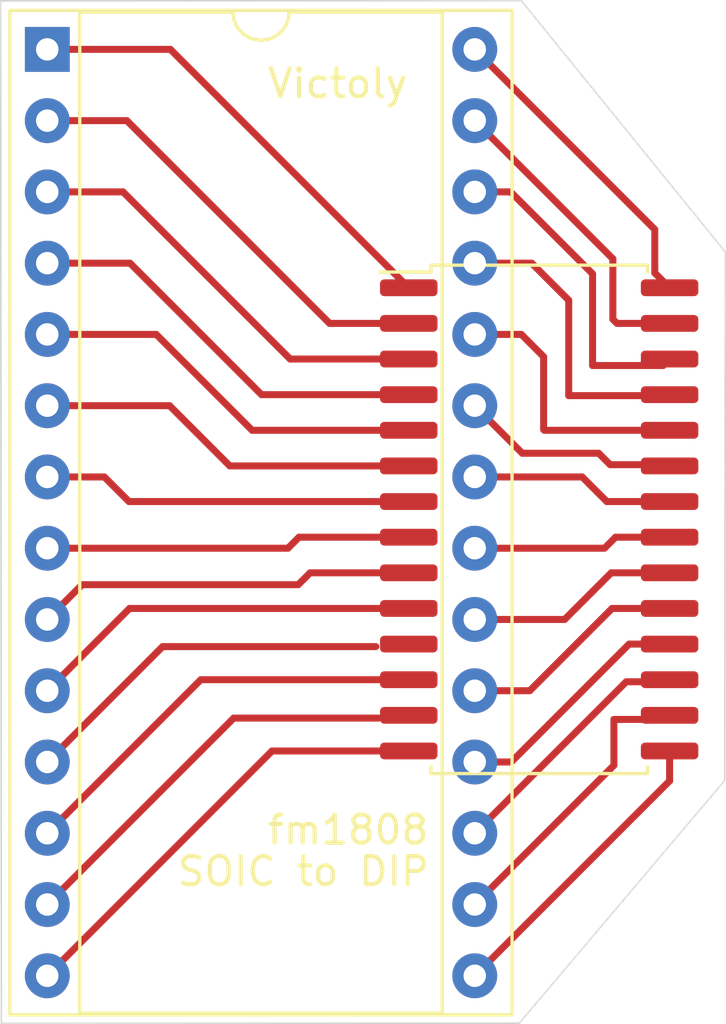
<source format=kicad_pcb>
(kicad_pcb (version 20171130) (host pcbnew "(5.1.6)-1")

  (general
    (thickness 1.6)
    (drawings 9)
    (tracks 88)
    (zones 0)
    (modules 2)
    (nets 1)
  )

  (page A4)
  (layers
    (0 F.Cu signal)
    (31 B.Cu signal)
    (32 B.Adhes user)
    (33 F.Adhes user)
    (34 B.Paste user)
    (35 F.Paste user)
    (36 B.SilkS user)
    (37 F.SilkS user)
    (38 B.Mask user)
    (39 F.Mask user)
    (40 Dwgs.User user)
    (41 Cmts.User user)
    (42 Eco1.User user)
    (43 Eco2.User user)
    (44 Edge.Cuts user)
    (45 Margin user)
    (46 B.CrtYd user)
    (47 F.CrtYd user)
    (48 B.Fab user)
    (49 F.Fab user)
  )

  (setup
    (last_trace_width 0.25)
    (trace_clearance 0.2)
    (zone_clearance 0.508)
    (zone_45_only no)
    (trace_min 0.2)
    (via_size 0.8)
    (via_drill 0.4)
    (via_min_size 0.4)
    (via_min_drill 0.3)
    (uvia_size 0.3)
    (uvia_drill 0.1)
    (uvias_allowed no)
    (uvia_min_size 0.2)
    (uvia_min_drill 0.1)
    (edge_width 0.05)
    (segment_width 0.2)
    (pcb_text_width 0.3)
    (pcb_text_size 1.5 1.5)
    (mod_edge_width 0.12)
    (mod_text_size 1 1)
    (mod_text_width 0.15)
    (pad_size 1.524 1.524)
    (pad_drill 0.762)
    (pad_to_mask_clearance 0.05)
    (aux_axis_origin 0 0)
    (visible_elements FFFFEF7F)
    (pcbplotparams
      (layerselection 0x010fc_ffffffff)
      (usegerberextensions false)
      (usegerberattributes true)
      (usegerberadvancedattributes true)
      (creategerberjobfile true)
      (excludeedgelayer true)
      (linewidth 0.100000)
      (plotframeref false)
      (viasonmask false)
      (mode 1)
      (useauxorigin false)
      (hpglpennumber 1)
      (hpglpenspeed 20)
      (hpglpendiameter 15.000000)
      (psnegative false)
      (psa4output false)
      (plotreference true)
      (plotvalue true)
      (plotinvisibletext false)
      (padsonsilk false)
      (subtractmaskfromsilk false)
      (outputformat 1)
      (mirror false)
      (drillshape 0)
      (scaleselection 1)
      (outputdirectory "plots/"))
  )

  (net 0 "")

  (net_class Default "This is the default net class."
    (clearance 0.2)
    (trace_width 0.25)
    (via_dia 0.8)
    (via_drill 0.4)
    (uvia_dia 0.3)
    (uvia_drill 0.1)
  )

  (module Package_SO:SOIC-28W_7.5x17.9mm_P1.27mm (layer F.Cu) (tedit 5ED994AB) (tstamp 5EDA12D8)
    (at 155.001 107.17)
    (descr "SOIC, 28 Pin (JEDEC MS-013AE, https://www.analog.com/media/en/package-pcb-resources/package/35833120341221rw_28.pdf), generated with kicad-footprint-generator ipc_gullwing_generator.py")
    (tags "SOIC SO")
    (attr smd)
    (fp_text reference REF** (at 0 -9.9) (layer F.SilkS) hide
      (effects (font (size 1 1) (thickness 0.15)))
    )
    (fp_text value SOIC-28W_7.5x17.9mm_P1.27mm (at 0 9.9) (layer F.Fab) hide
      (effects (font (size 1 1) (thickness 0.15)))
    )
    (fp_text user %R (at 0 0) (layer F.Fab) hide
      (effects (font (size 1 1) (thickness 0.15)))
    )
    (fp_line (start 0 9.06) (end 3.86 9.06) (layer F.SilkS) (width 0.12))
    (fp_line (start 3.86 9.06) (end 3.86 8.815) (layer F.SilkS) (width 0.12))
    (fp_line (start 0 9.06) (end -3.86 9.06) (layer F.SilkS) (width 0.12))
    (fp_line (start -3.86 9.06) (end -3.86 8.815) (layer F.SilkS) (width 0.12))
    (fp_line (start 0 -9.06) (end 3.86 -9.06) (layer F.SilkS) (width 0.12))
    (fp_line (start 3.86 -9.06) (end 3.86 -8.815) (layer F.SilkS) (width 0.12))
    (fp_line (start 0 -9.06) (end -3.86 -9.06) (layer F.SilkS) (width 0.12))
    (fp_line (start -3.86 -9.06) (end -3.86 -8.815) (layer F.SilkS) (width 0.12))
    (fp_line (start -3.86 -8.815) (end -5.675 -8.815) (layer F.SilkS) (width 0.12))
    (fp_line (start -2.75 -8.95) (end 3.75 -8.95) (layer F.Fab) (width 0.1))
    (fp_line (start 3.75 -8.95) (end 3.75 8.95) (layer F.Fab) (width 0.1))
    (fp_line (start 3.75 8.95) (end -3.75 8.95) (layer F.Fab) (width 0.1))
    (fp_line (start -3.75 8.95) (end -3.75 -7.95) (layer F.Fab) (width 0.1))
    (fp_line (start -3.75 -7.95) (end -2.75 -8.95) (layer F.Fab) (width 0.1))
    (fp_line (start -5.93 -9.2) (end -5.93 9.2) (layer F.CrtYd) (width 0.05))
    (fp_line (start -5.93 9.2) (end 5.93 9.2) (layer F.CrtYd) (width 0.05))
    (fp_line (start 5.93 9.2) (end 5.93 -9.2) (layer F.CrtYd) (width 0.05))
    (fp_line (start 5.93 -9.2) (end -5.93 -9.2) (layer F.CrtYd) (width 0.05))
    (pad 28 smd roundrect (at 4.65 -8.255) (size 2.05 0.6) (layers F.Cu F.Paste F.Mask) (roundrect_rratio 0.25))
    (pad 27 smd roundrect (at 4.65 -6.985) (size 2.05 0.6) (layers F.Cu F.Paste F.Mask) (roundrect_rratio 0.25))
    (pad 26 smd roundrect (at 4.65 -5.715) (size 2.05 0.6) (layers F.Cu F.Paste F.Mask) (roundrect_rratio 0.25))
    (pad 25 smd roundrect (at 4.65 -4.445) (size 2.05 0.6) (layers F.Cu F.Paste F.Mask) (roundrect_rratio 0.25))
    (pad 24 smd roundrect (at 4.65 -3.175) (size 2.05 0.6) (layers F.Cu F.Paste F.Mask) (roundrect_rratio 0.25))
    (pad 23 smd roundrect (at 4.65 -1.905) (size 2.05 0.6) (layers F.Cu F.Paste F.Mask) (roundrect_rratio 0.25))
    (pad 22 smd roundrect (at 4.65 -0.635) (size 2.05 0.6) (layers F.Cu F.Paste F.Mask) (roundrect_rratio 0.25))
    (pad 21 smd roundrect (at 4.65 0.635) (size 2.05 0.6) (layers F.Cu F.Paste F.Mask) (roundrect_rratio 0.25))
    (pad 20 smd roundrect (at 4.65 1.905) (size 2.05 0.6) (layers F.Cu F.Paste F.Mask) (roundrect_rratio 0.25))
    (pad 19 smd roundrect (at 4.65 3.175) (size 2.05 0.6) (layers F.Cu F.Paste F.Mask) (roundrect_rratio 0.25))
    (pad 18 smd roundrect (at 4.65 4.445) (size 2.05 0.6) (layers F.Cu F.Paste F.Mask) (roundrect_rratio 0.25))
    (pad 17 smd roundrect (at 4.65 5.715) (size 2.05 0.6) (layers F.Cu F.Paste F.Mask) (roundrect_rratio 0.25))
    (pad 16 smd roundrect (at 4.65 6.985) (size 2.05 0.6) (layers F.Cu F.Paste F.Mask) (roundrect_rratio 0.25))
    (pad 15 smd roundrect (at 4.65 8.255) (size 2.05 0.6) (layers F.Cu F.Paste F.Mask) (roundrect_rratio 0.25))
    (pad 14 smd roundrect (at -4.65 8.255) (size 2.05 0.6) (layers F.Cu F.Paste F.Mask) (roundrect_rratio 0.25))
    (pad 13 smd roundrect (at -4.65 6.985) (size 2.05 0.6) (layers F.Cu F.Paste F.Mask) (roundrect_rratio 0.25))
    (pad 12 smd roundrect (at -4.65 5.715) (size 2.05 0.6) (layers F.Cu F.Paste F.Mask) (roundrect_rratio 0.25))
    (pad 11 smd roundrect (at -4.65 4.445) (size 2.05 0.6) (layers F.Cu F.Paste F.Mask) (roundrect_rratio 0.25))
    (pad 10 smd roundrect (at -4.65 3.175) (size 2.05 0.6) (layers F.Cu F.Paste F.Mask) (roundrect_rratio 0.25))
    (pad 9 smd roundrect (at -4.65 1.905) (size 2.05 0.6) (layers F.Cu F.Paste F.Mask) (roundrect_rratio 0.25))
    (pad 8 smd roundrect (at -4.65 0.635) (size 2.05 0.6) (layers F.Cu F.Paste F.Mask) (roundrect_rratio 0.25))
    (pad 7 smd roundrect (at -4.65 -0.635) (size 2.05 0.6) (layers F.Cu F.Paste F.Mask) (roundrect_rratio 0.25))
    (pad 6 smd roundrect (at -4.65 -1.905) (size 2.05 0.6) (layers F.Cu F.Paste F.Mask) (roundrect_rratio 0.25))
    (pad 5 smd roundrect (at -4.65 -3.175) (size 2.05 0.6) (layers F.Cu F.Paste F.Mask) (roundrect_rratio 0.25))
    (pad 4 smd roundrect (at -4.65 -4.445) (size 2.05 0.6) (layers F.Cu F.Paste F.Mask) (roundrect_rratio 0.25))
    (pad 3 smd roundrect (at -4.65 -5.715) (size 2.05 0.6) (layers F.Cu F.Paste F.Mask) (roundrect_rratio 0.25))
    (pad 2 smd roundrect (at -4.65 -6.985) (size 2.05 0.6) (layers F.Cu F.Paste F.Mask) (roundrect_rratio 0.25))
    (pad 1 smd roundrect (at -4.65 -8.255) (size 2.05 0.6) (layers F.Cu F.Paste F.Mask) (roundrect_rratio 0.25))
    (model ${KISYS3DMOD}/Package_SO.3dshapes/SOIC-28W_7.5x17.9mm_P1.27mm.wrl
      (at (xyz 0 0 0))
      (scale (xyz 1 1 1))
      (rotate (xyz 0 0 0))
    )
  )

  (module Package_DIP:DIP-28_W15.24mm_Socket (layer F.Cu) (tedit 5ED9945E) (tstamp 5EDA1414)
    (at 137.464 90.418)
    (descr "28-lead though-hole mounted DIP package, row spacing 15.24 mm (600 mils), Socket")
    (tags "THT DIP DIL PDIP 2.54mm 15.24mm 600mil Socket")
    (fp_text reference "" (at 7.62 -2.33) (layer F.SilkS) hide
      (effects (font (size 1 1) (thickness 0.15)))
    )
    (fp_text value "" (at 7.62 35.35) (layer F.Fab) hide
      (effects (font (size 1 1) (thickness 0.15)))
    )
    (fp_text user %R (at 7.62 16.51) (layer F.Fab) hide
      (effects (font (size 1 1) (thickness 0.15)))
    )
    (fp_arc (start 7.62 -1.33) (end 6.62 -1.33) (angle -180) (layer F.SilkS) (width 0.12))
    (fp_line (start 1.255 -1.27) (end 14.985 -1.27) (layer F.Fab) (width 0.1))
    (fp_line (start 14.985 -1.27) (end 14.985 34.29) (layer F.Fab) (width 0.1))
    (fp_line (start 14.985 34.29) (end 0.255 34.29) (layer F.Fab) (width 0.1))
    (fp_line (start 0.255 34.29) (end 0.255 -0.27) (layer F.Fab) (width 0.1))
    (fp_line (start 0.255 -0.27) (end 1.255 -1.27) (layer F.Fab) (width 0.1))
    (fp_line (start -1.27 -1.33) (end -1.27 34.35) (layer F.Fab) (width 0.1))
    (fp_line (start -1.27 34.35) (end 16.51 34.35) (layer F.Fab) (width 0.1))
    (fp_line (start 16.51 34.35) (end 16.51 -1.33) (layer F.Fab) (width 0.1))
    (fp_line (start 16.51 -1.33) (end -1.27 -1.33) (layer F.Fab) (width 0.1))
    (fp_line (start 6.62 -1.33) (end 1.16 -1.33) (layer F.SilkS) (width 0.12))
    (fp_line (start 1.16 -1.33) (end 1.16 34.35) (layer F.SilkS) (width 0.12))
    (fp_line (start 1.16 34.35) (end 14.08 34.35) (layer F.SilkS) (width 0.12))
    (fp_line (start 14.08 34.35) (end 14.08 -1.33) (layer F.SilkS) (width 0.12))
    (fp_line (start 14.08 -1.33) (end 8.62 -1.33) (layer F.SilkS) (width 0.12))
    (fp_line (start -1.33 -1.39) (end -1.33 34.41) (layer F.SilkS) (width 0.12))
    (fp_line (start -1.33 34.41) (end 16.57 34.41) (layer F.SilkS) (width 0.12))
    (fp_line (start 16.57 34.41) (end 16.57 -1.39) (layer F.SilkS) (width 0.12))
    (fp_line (start 16.57 -1.39) (end -1.33 -1.39) (layer F.SilkS) (width 0.12))
    (fp_line (start -1.55 -1.6) (end -1.55 34.65) (layer F.CrtYd) (width 0.05))
    (fp_line (start -1.55 34.65) (end 16.8 34.65) (layer F.CrtYd) (width 0.05))
    (fp_line (start 16.8 34.65) (end 16.8 -1.6) (layer F.CrtYd) (width 0.05))
    (fp_line (start 16.8 -1.6) (end -1.55 -1.6) (layer F.CrtYd) (width 0.05))
    (pad 28 thru_hole oval (at 15.24 0) (size 1.6 1.6) (drill 0.8) (layers *.Cu *.Mask))
    (pad 14 thru_hole oval (at 0 33.02) (size 1.6 1.6) (drill 0.8) (layers *.Cu *.Mask))
    (pad 27 thru_hole oval (at 15.24 2.54) (size 1.6 1.6) (drill 0.8) (layers *.Cu *.Mask))
    (pad 13 thru_hole oval (at 0 30.48) (size 1.6 1.6) (drill 0.8) (layers *.Cu *.Mask))
    (pad 26 thru_hole oval (at 15.24 5.08) (size 1.6 1.6) (drill 0.8) (layers *.Cu *.Mask))
    (pad 12 thru_hole oval (at 0 27.94) (size 1.6 1.6) (drill 0.8) (layers *.Cu *.Mask))
    (pad 25 thru_hole oval (at 15.24 7.62) (size 1.6 1.6) (drill 0.8) (layers *.Cu *.Mask))
    (pad 11 thru_hole oval (at 0 25.4) (size 1.6 1.6) (drill 0.8) (layers *.Cu *.Mask))
    (pad 24 thru_hole oval (at 15.24 10.16) (size 1.6 1.6) (drill 0.8) (layers *.Cu *.Mask))
    (pad 10 thru_hole oval (at 0 22.86) (size 1.6 1.6) (drill 0.8) (layers *.Cu *.Mask))
    (pad 23 thru_hole oval (at 15.24 12.7) (size 1.6 1.6) (drill 0.8) (layers *.Cu *.Mask))
    (pad 9 thru_hole oval (at 0 20.32) (size 1.6 1.6) (drill 0.8) (layers *.Cu *.Mask))
    (pad 22 thru_hole oval (at 15.24 15.24) (size 1.6 1.6) (drill 0.8) (layers *.Cu *.Mask))
    (pad 8 thru_hole oval (at 0 17.78) (size 1.6 1.6) (drill 0.8) (layers *.Cu *.Mask))
    (pad 21 thru_hole oval (at 15.24 17.78) (size 1.6 1.6) (drill 0.8) (layers *.Cu *.Mask))
    (pad 7 thru_hole oval (at 0 15.24) (size 1.6 1.6) (drill 0.8) (layers *.Cu *.Mask))
    (pad 20 thru_hole oval (at 15.24 20.32) (size 1.6 1.6) (drill 0.8) (layers *.Cu *.Mask))
    (pad 6 thru_hole oval (at 0 12.7) (size 1.6 1.6) (drill 0.8) (layers *.Cu *.Mask))
    (pad 19 thru_hole oval (at 15.24 22.86) (size 1.6 1.6) (drill 0.8) (layers *.Cu *.Mask))
    (pad 5 thru_hole oval (at 0 10.16) (size 1.6 1.6) (drill 0.8) (layers *.Cu *.Mask))
    (pad 18 thru_hole oval (at 15.24 25.4) (size 1.6 1.6) (drill 0.8) (layers *.Cu *.Mask))
    (pad 4 thru_hole oval (at 0 7.62) (size 1.6 1.6) (drill 0.8) (layers *.Cu *.Mask))
    (pad 17 thru_hole oval (at 15.24 27.94) (size 1.6 1.6) (drill 0.8) (layers *.Cu *.Mask))
    (pad 3 thru_hole oval (at 0 5.08) (size 1.6 1.6) (drill 0.8) (layers *.Cu *.Mask))
    (pad 16 thru_hole oval (at 15.24 30.48) (size 1.6 1.6) (drill 0.8) (layers *.Cu *.Mask))
    (pad 2 thru_hole oval (at 0 2.54) (size 1.6 1.6) (drill 0.8) (layers *.Cu *.Mask))
    (pad 15 thru_hole oval (at 15.24 33.02) (size 1.6 1.6) (drill 0.8) (layers *.Cu *.Mask))
    (pad 1 thru_hole rect (at 0 0) (size 1.6 1.6) (drill 0.8) (layers *.Cu *.Mask))
    (model ${KISYS3DMOD}/Package_DIP.3dshapes/DIP-28_W15.24mm_Socket.wrl
      (at (xyz 0 0 0))
      (scale (xyz 1 1 1))
      (rotate (xyz 0 0 0))
    )
  )

  (gr_text fm1808 (at 148.186 118.238) (layer F.SilkS)
    (effects (font (size 1 1) (thickness 0.15)))
  )
  (gr_text "SOIC to DIP" (at 146.597 119.719) (layer F.SilkS)
    (effects (font (size 1 1) (thickness 0.15)))
  )
  (gr_text Victoly (at 147.82 91.634) (layer F.SilkS)
    (effects (font (size 1 1) (thickness 0.15)))
  )
  (gr_line (start 135.804 88.69) (end 135.829 125.137) (layer Edge.Cuts) (width 0.05))
  (gr_line (start 154.365 88.683) (end 135.804 88.69) (layer Edge.Cuts) (width 0.05))
  (gr_line (start 161.639 97.641) (end 154.365 88.683) (layer Edge.Cuts) (width 0.05))
  (gr_line (start 161.616 116.475) (end 161.639 97.641) (layer Edge.Cuts) (width 0.05))
  (gr_line (start 154.292 125.127) (end 161.616 116.475) (layer Edge.Cuts) (width 0.05))
  (gr_line (start 135.864 125.132) (end 154.292 125.127) (layer Edge.Cuts) (width 0.05))

  (segment (start 150.351 115.425) (end 145.477 115.425) (width 0.25) (layer F.Cu) (net 0))
  (segment (start 145.477 115.425) (end 137.464 123.438) (width 0.25) (layer F.Cu) (net 0))
  (segment (start 149.27 114.253) (end 144.109 114.253) (width 0.25) (layer F.Cu) (net 0))
  (segment (start 144.109 114.253) (end 137.464 120.898) (width 0.25) (layer F.Cu) (net 0))
  (segment (start 150.351 112.885) (end 142.937 112.885) (width 0.25) (layer F.Cu) (net 0))
  (segment (start 142.937 112.885) (end 137.464 118.358) (width 0.25) (layer F.Cu) (net 0))
  (segment (start 149.177 111.705) (end 141.577 111.705) (width 0.25) (layer F.Cu) (net 0))
  (segment (start 141.577 111.705) (end 137.464 115.818) (width 0.25) (layer F.Cu) (net 0))
  (segment (start 150.351 110.345) (end 140.397 110.345) (width 0.25) (layer F.Cu) (net 0))
  (segment (start 140.397 110.345) (end 137.464 113.278) (width 0.25) (layer F.Cu) (net 0))
  (segment (start 146.411 109.498) (end 146.834 109.075) (width 0.25) (layer F.Cu) (net 0))
  (segment (start 146.834 109.075) (end 150.351 109.075) (width 0.25) (layer F.Cu) (net 0))
  (segment (start 138.704 109.498) (end 146.411 109.498) (width 0.25) (layer F.Cu) (net 0))
  (segment (start 137.464 110.738) (end 138.704 109.498) (width 0.25) (layer F.Cu) (net 0))
  (segment (start 146.047 108.198) (end 146.44 107.805) (width 0.25) (layer F.Cu) (net 0))
  (segment (start 146.44 107.805) (end 150.351 107.805) (width 0.25) (layer F.Cu) (net 0))
  (segment (start 137.464 108.198) (end 146.047 108.198) (width 0.25) (layer F.Cu) (net 0))
  (segment (start 141.824 103.118) (end 143.971 105.265) (width 0.25) (layer F.Cu) (net 0))
  (segment (start 143.971 105.265) (end 150.351 105.265) (width 0.25) (layer F.Cu) (net 0))
  (segment (start 137.464 103.118) (end 141.824 103.118) (width 0.25) (layer F.Cu) (net 0))
  (segment (start 141.349 100.578) (end 144.766 103.995) (width 0.25) (layer F.Cu) (net 0))
  (segment (start 144.766 103.995) (end 150.351 103.995) (width 0.25) (layer F.Cu) (net 0))
  (segment (start 137.464 100.578) (end 141.349 100.578) (width 0.25) (layer F.Cu) (net 0))
  (segment (start 140.414 98.038) (end 145.101 102.725) (width 0.25) (layer F.Cu) (net 0))
  (segment (start 145.101 102.725) (end 150.351 102.725) (width 0.25) (layer F.Cu) (net 0))
  (segment (start 137.464 98.038) (end 140.414 98.038) (width 0.25) (layer F.Cu) (net 0))
  (segment (start 140.167 95.498) (end 146.124 101.455) (width 0.25) (layer F.Cu) (net 0))
  (segment (start 146.124 101.455) (end 150.351 101.455) (width 0.25) (layer F.Cu) (net 0))
  (segment (start 137.464 95.498) (end 140.167 95.498) (width 0.25) (layer F.Cu) (net 0))
  (segment (start 140.303 92.958) (end 147.53 100.185) (width 0.25) (layer F.Cu) (net 0))
  (segment (start 147.53 100.185) (end 150.351 100.185) (width 0.25) (layer F.Cu) (net 0))
  (segment (start 137.464 92.958) (end 140.303 92.958) (width 0.25) (layer F.Cu) (net 0))
  (segment (start 137.464 90.418) (end 141.854 90.418) (width 0.25) (layer F.Cu) (net 0))
  (segment (start 141.854 90.418) (end 150.351 98.915) (width 0.25) (layer F.Cu) (net 0))
  (segment (start 159.651 115.425) (end 159.651 116.491) (width 0.25) (layer F.Cu) (net 0))
  (segment (start 159.651 116.491) (end 152.704 123.438) (width 0.25) (layer F.Cu) (net 0))
  (segment (start 157.666 114.301) (end 159.505 114.301) (width 0.25) (layer F.Cu) (net 0))
  (segment (start 159.505 114.301) (end 159.651 114.155) (width 0.25) (layer F.Cu) (net 0))
  (segment (start 157.666 115.936) (end 157.666 114.301) (width 0.25) (layer F.Cu) (net 0))
  (segment (start 152.704 120.898) (end 157.666 115.936) (width 0.25) (layer F.Cu) (net 0))
  (segment (start 158.103 112.959) (end 159.577 112.959) (width 0.25) (layer F.Cu) (net 0))
  (segment (start 159.577 112.959) (end 159.651 112.885) (width 0.25) (layer F.Cu) (net 0))
  (segment (start 152.704 118.358) (end 158.103 112.959) (width 0.25) (layer F.Cu) (net 0))
  (segment (start 154.006 115.818) (end 158.209 111.615) (width 0.25) (layer F.Cu) (net 0))
  (segment (start 158.209 111.615) (end 159.651 111.615) (width 0.25) (layer F.Cu) (net 0))
  (segment (start 152.704 115.818) (end 154.006 115.818) (width 0.25) (layer F.Cu) (net 0))
  (segment (start 154.666 113.278) (end 157.599 110.345) (width 0.25) (layer F.Cu) (net 0))
  (segment (start 157.599 110.345) (end 159.651 110.345) (width 0.25) (layer F.Cu) (net 0))
  (segment (start 152.704 113.278) (end 154.666 113.278) (width 0.25) (layer F.Cu) (net 0))
  (segment (start 155.908 110.738) (end 157.571 109.075) (width 0.25) (layer F.Cu) (net 0))
  (segment (start 157.571 109.075) (end 159.651 109.075) (width 0.25) (layer F.Cu) (net 0))
  (segment (start 152.704 110.738) (end 155.908 110.738) (width 0.25) (layer F.Cu) (net 0))
  (segment (start 157.33 108.198) (end 157.723 107.805) (width 0.25) (layer F.Cu) (net 0))
  (segment (start 157.723 107.805) (end 159.651 107.805) (width 0.25) (layer F.Cu) (net 0))
  (segment (start 152.704 108.198) (end 157.33 108.198) (width 0.25) (layer F.Cu) (net 0))
  (segment (start 156.536 105.658) (end 157.413 106.535) (width 0.25) (layer F.Cu) (net 0))
  (segment (start 157.413 106.535) (end 159.651 106.535) (width 0.25) (layer F.Cu) (net 0))
  (segment (start 152.704 105.658) (end 156.536 105.658) (width 0.25) (layer F.Cu) (net 0))
  (segment (start 157.531 105.221) (end 159.607 105.221) (width 0.25) (layer F.Cu) (net 0))
  (segment (start 159.607 105.221) (end 159.651 105.265) (width 0.25) (layer F.Cu) (net 0))
  (segment (start 157.123 104.813) (end 157.531 105.221) (width 0.25) (layer F.Cu) (net 0))
  (segment (start 154.399 104.813) (end 157.123 104.813) (width 0.25) (layer F.Cu) (net 0))
  (segment (start 152.704 103.118) (end 154.399 104.813) (width 0.25) (layer F.Cu) (net 0))
  (segment (start 155.16 103.968) (end 155.187 103.995) (width 0.25) (layer F.Cu) (net 0))
  (segment (start 155.187 103.995) (end 159.651 103.995) (width 0.25) (layer F.Cu) (net 0))
  (segment (start 155.16 101.373) (end 155.16 103.968) (width 0.25) (layer F.Cu) (net 0))
  (segment (start 154.365 100.578) (end 155.16 101.373) (width 0.25) (layer F.Cu) (net 0))
  (segment (start 152.704 100.578) (end 154.365 100.578) (width 0.25) (layer F.Cu) (net 0))
  (segment (start 156.055 102.76) (end 159.616 102.76) (width 0.25) (layer F.Cu) (net 0))
  (segment (start 159.616 102.76) (end 159.651 102.725) (width 0.25) (layer F.Cu) (net 0))
  (segment (start 156.055 99.359) (end 156.055 102.76) (width 0.25) (layer F.Cu) (net 0))
  (segment (start 154.734 98.038) (end 156.055 99.359) (width 0.25) (layer F.Cu) (net 0))
  (segment (start 152.704 98.038) (end 154.734 98.038) (width 0.25) (layer F.Cu) (net 0))
  (segment (start 156.905 101.686) (end 159.42 101.686) (width 0.25) (layer F.Cu) (net 0))
  (segment (start 159.42 101.686) (end 159.651 101.455) (width 0.25) (layer F.Cu) (net 0))
  (segment (start 156.905 98.419) (end 156.905 101.686) (width 0.25) (layer F.Cu) (net 0))
  (segment (start 153.984 95.498) (end 156.905 98.419) (width 0.25) (layer F.Cu) (net 0))
  (segment (start 152.704 95.498) (end 153.984 95.498) (width 0.25) (layer F.Cu) (net 0))
  (segment (start 157.628 100.037) (end 157.776 100.185) (width 0.25) (layer F.Cu) (net 0))
  (segment (start 157.776 100.185) (end 159.651 100.185) (width 0.25) (layer F.Cu) (net 0))
  (segment (start 157.628 97.882) (end 157.628 100.037) (width 0.25) (layer F.Cu) (net 0))
  (segment (start 152.704 92.958) (end 157.628 97.882) (width 0.25) (layer F.Cu) (net 0))
  (segment (start 152.704 90.418) (end 159.123 96.837) (width 0.25) (layer F.Cu) (net 0))
  (segment (start 159.123 98.387) (end 159.651 98.915) (width 0.25) (layer F.Cu) (net 0))
  (segment (start 159.123 96.837) (end 159.123 98.387) (width 0.25) (layer F.Cu) (net 0))
  (segment (start 150.351 106.535) (end 140.377 106.535) (width 0.25) (layer F.Cu) (net 0))
  (segment (start 139.5 105.658) (end 137.464 105.658) (width 0.25) (layer F.Cu) (net 0))
  (segment (start 140.377 106.535) (end 139.5 105.658) (width 0.25) (layer F.Cu) (net 0))

)

</source>
